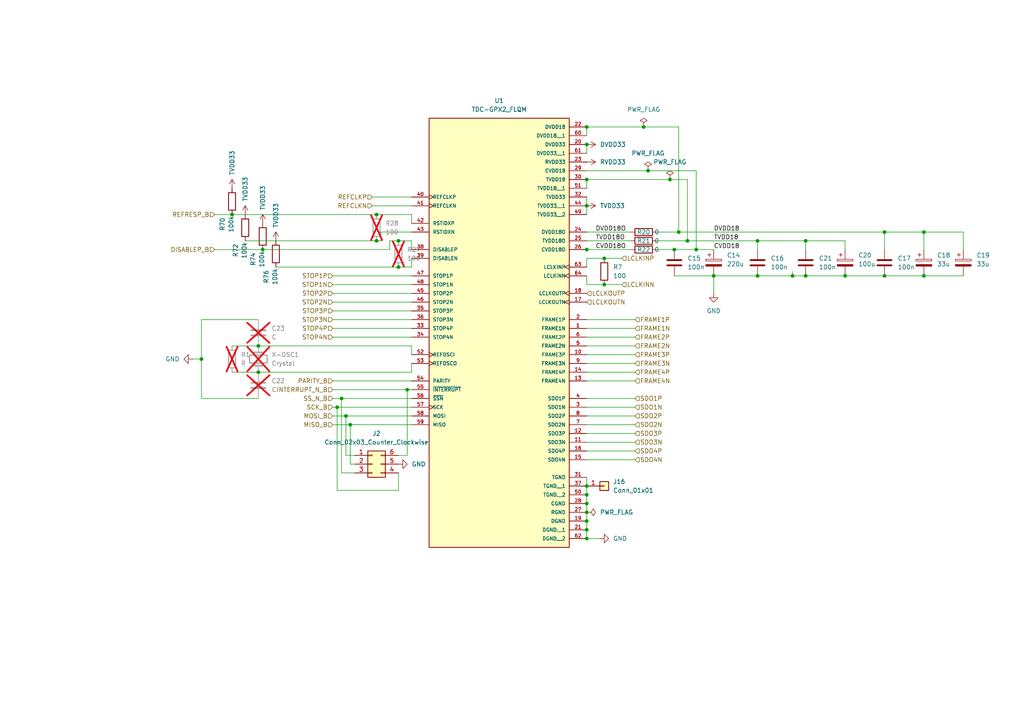
<source format=kicad_sch>
(kicad_sch (version 20231120) (generator "eeschema") (generator_version "8.0")
  (paper "A4")
  (lib_symbols
    (symbol "Connector_Generic:Conn_01x01" (pin_names (offset 1.016) hide)
      (property "Reference" "J" (at 0 2.54 0))
      (property "Value" "Conn_01x01" (at 0 -2.54 0))
      (symbol "Conn_01x01_1_1"
        (rectangle (start -1.27 0.127) (end 0 -0.127) (stroke (width 0.1524)))
        (rectangle (start -1.27 1.27) (end 1.27 -1.27) (stroke (width 0.254)) (fill (type background)))
        (pin passive line (at -5.08 0 0) (length 3.81) (name "Pin_1") (number "1"))
      )
    )
    (symbol "Connector_Generic:Conn_02x03_Counter_Clockwise" (pin_names (offset 1.016) hide)
      (property "Reference" "J" (at 1.27 5.08 0))
      (property "Value" "Conn_02x03_Counter_Clockwise" (at 1.27 -5.08 0))
      (symbol "Conn_02x03_Counter_Clockwise_1_1"
        (rectangle (start -1.27 -2.413) (end 0 -2.667) (stroke (width 0.1524)))
        (rectangle (start -1.27 0.127) (end 0 -0.127) (stroke (width 0.1524)))
        (rectangle (start -1.27 2.667) (end 0 2.413) (stroke (width 0.1524)))
        (rectangle (start -1.27 3.81) (end 3.81 -3.81) (stroke (width 0.254)) (fill (type background)))
        (rectangle (start 3.81 -2.413) (end 2.54 -2.667) (stroke (width 0.1524)))
        (rectangle (start 3.81 0.127) (end 2.54 -0.127) (stroke (width 0.1524)))
        (rectangle (start 3.81 2.667) (end 2.54 2.413) (stroke (width 0.1524)))
        (pin passive line (at -5.08 2.54 0) (length 3.81) (name "Pin_1") (number "1"))
        (pin passive line (at -5.08 0 0) (length 3.81) (name "Pin_2") (number "2"))
        (pin passive line (at -5.08 -2.54 0) (length 3.81) (name "Pin_3") (number "3"))
        (pin passive line (at 7.62 -2.54 180) (length 3.81) (name "Pin_4") (number "4"))
        (pin passive line (at 7.62 0 180) (length 3.81) (name "Pin_5") (number "5"))
        (pin passive line (at 7.62 2.54 180) (length 3.81) (name "Pin_6") (number "6"))
      )
    )
    (symbol "Device:C" (pin_numbers hide) (pin_names (offset 0.254))
      (property "Reference" "C" (at 0.635 2.54 0))
      (property "Value" "C" (at 0.635 -2.54 0))
      (symbol "C_0_1"
        (polyline (pts (xy -2.032 -0.762) (xy 2.032 -0.762)) (stroke (width 0.508)))
        (polyline (pts (xy -2.032 0.762) (xy 2.032 0.762)) (stroke (width 0.508)))
      )
      (symbol "C_1_1"
        (pin passive line (at 0 3.81 270) (length 2.794) (name "~") (number "1"))
        (pin passive line (at 0 -3.81 90) (length 2.794) (name "~") (number "2"))
      )
    )
    (symbol "Device:C_Polarized" (pin_numbers hide) (pin_names (offset 0.254))
      (property "Reference" "C" (at 0.635 2.54 0))
      (property "Value" "C_Polarized" (at 0.635 -2.54 0))
      (symbol "C_Polarized_0_1"
        (rectangle (start -2.286 0.508) (end 2.286 1.016))
        (polyline (pts (xy -1.778 2.286) (xy -0.762 2.286)))
        (polyline (pts (xy -1.27 2.794) (xy -1.27 1.778)))
        (rectangle (start 2.286 -0.508) (end -2.286 -1.016) (fill (type outline)))
      )
      (symbol "C_Polarized_1_1"
        (pin passive line (at 0 3.81 270) (length 2.794) (name "~") (number "1"))
        (pin passive line (at 0 -3.81 90) (length 2.794) (name "~") (number "2"))
      )
    )
    (symbol "Device:Crystal" (pin_numbers hide) (pin_names (offset 1.016) hide)
      (property "Reference" "Y" (at 0 3.81 0))
      (property "Value" "Crystal" (at 0 -3.81 0))
      (symbol "Crystal_0_1"
        (rectangle (start -1.143 2.54) (end 1.143 -2.54) (stroke (width 0.3048)))
        (polyline (pts (xy -2.54 0) (xy -1.905 0)))
        (polyline (pts (xy -1.905 -1.27) (xy -1.905 1.27)) (stroke (width 0.508)))
        (polyline (pts (xy 1.905 -1.27) (xy 1.905 1.27)) (stroke (width 0.508)))
        (polyline (pts (xy 2.54 0) (xy 1.905 0)))
      )
      (symbol "Crystal_1_1"
        (pin passive line (at -3.81 0 0) (length 1.27) (name "1") (number "1"))
        (pin passive line (at 3.81 0 180) (length 1.27) (name "2") (number "2"))
      )
    )
    (symbol "Device:R" (pin_numbers hide) (pin_names (offset 0))
      (property "Reference" "R" (at 2.032 0 90))
      (property "Value" "R" (at 0 0 90))
      (symbol "R_0_1"
        (rectangle (start -1.016 -2.54) (end 1.016 2.54) (stroke (width 0.254)))
      )
      (symbol "R_1_1"
        (pin passive line (at 0 3.81 270) (length 1.27) (name "~") (number "1"))
        (pin passive line (at 0 -3.81 90) (length 1.27) (name "~") (number "2"))
      )
    )
    (symbol "TDC-GPX2_FLQM:TDC-GPX2_FLQM" (pin_names (offset 1.016))
      (property "Reference" "U" (at -20.32 52.07 0))
      (property "Value" "TDC-GPX2_FLQM" (at -20.32 -76.2 0))
      (symbol "TDC-GPX2_FLQM_0_0"
        (rectangle (start -20.32 -73.66) (end 20.32 50.8) (stroke (width 0.254)) (fill (type background)))
        (pin output line (at 25.4 -10.16 180) (length 5.08) (name "FRAME1N") (number "1"))
        (pin output line (at 25.4 -17.78 180) (length 5.08) (name "FRAME3P") (number "10"))
        (pin output line (at 25.4 -43.18 180) (length 5.08) (name "SDO3N") (number "11"))
        (pin output line (at 25.4 -40.64 180) (length 5.08) (name "SDO3P") (number "12"))
        (pin output line (at 25.4 -25.4 180) (length 5.08) (name "FRAME4N") (number "13"))
        (pin output line (at 25.4 -22.86 180) (length 5.08) (name "FRAME4P") (number "14"))
        (pin output line (at 25.4 -48.26 180) (length 5.08) (name "SDO4N") (number "15"))
        (pin output line (at 25.4 -45.72 180) (length 5.08) (name "SDO4P") (number "16"))
        (pin output clock (at 25.4 -2.54 180) (length 5.08) (name "LCLKOUTN") (number "17"))
        (pin output clock (at 25.4 0 180) (length 5.08) (name "LCLKOUTP") (number "18"))
        (pin power_in line (at 25.4 -66.04 180) (length 5.08) (name "DGND") (number "19"))
        (pin output line (at 25.4 -7.62 180) (length 5.08) (name "FRAME1P") (number "2"))
        (pin power_in line (at 25.4 43.18 180) (length 5.08) (name "DVDD33") (number "20"))
        (pin power_in line (at 25.4 -68.58 180) (length 5.08) (name "DGND__1") (number "21"))
        (pin power_in line (at 25.4 48.26 180) (length 5.08) (name "DVDD18") (number "22"))
        (pin power_in line (at 25.4 38.1 180) (length 5.08) (name "RVDD33") (number "23"))
        (pin output line (at 25.4 17.78 180) (length 5.08) (name "DVDD18O") (number "24"))
        (pin output line (at 25.4 15.24 180) (length 5.08) (name "TVDD18O") (number "25"))
        (pin output line (at 25.4 12.7 180) (length 5.08) (name "CVDD18O") (number "26"))
        (pin power_in line (at 25.4 -63.5 180) (length 5.08) (name "RGND") (number "27"))
        (pin power_in line (at 25.4 -60.96 180) (length 5.08) (name "CGND") (number "28"))
        (pin power_in line (at 25.4 35.56 180) (length 5.08) (name "CVDD18") (number "29"))
        (pin output line (at 25.4 -33.02 180) (length 5.08) (name "SDO1N") (number "3"))
        (pin power_in line (at 25.4 33.02 180) (length 5.08) (name "TVDD18") (number "30"))
        (pin power_in line (at 25.4 -53.34 180) (length 5.08) (name "TGND") (number "31"))
        (pin power_in line (at 25.4 27.94 180) (length 5.08) (name "TVDD33") (number "32"))
        (pin input line (at -25.4 -10.16 0) (length 5.08) (name "STOP4P") (number "33"))
        (pin input line (at -25.4 -12.7 0) (length 5.08) (name "STOP4N") (number "34"))
        (pin input line (at -25.4 -5.08 0) (length 5.08) (name "STOP3P") (number "35"))
        (pin input line (at -25.4 -7.62 0) (length 5.08) (name "STOP3N") (number "36"))
        (pin power_in line (at 25.4 -55.88 180) (length 5.08) (name "TGND__1") (number "37"))
        (pin input line (at -25.4 12.7 0) (length 5.08) (name "DISABLEP") (number "38"))
        (pin input line (at -25.4 10.16 0) (length 5.08) (name "DISABLEN") (number "39"))
        (pin output line (at 25.4 -30.48 180) (length 5.08) (name "SDO1P") (number "4"))
        (pin input clock (at -25.4 27.94 0) (length 5.08) (name "REFCLKP") (number "40"))
        (pin input clock (at -25.4 25.4 0) (length 5.08) (name "REFCLKN") (number "41"))
        (pin input line (at -25.4 20.32 0) (length 5.08) (name "RSTIDXP") (number "42"))
        (pin input line (at -25.4 17.78 0) (length 5.08) (name "RSTIDXN") (number "43"))
        (pin power_in line (at 25.4 25.4 180) (length 5.08) (name "TVDD33__1") (number "44"))
        (pin input line (at -25.4 0 0) (length 5.08) (name "STOP2P") (number "45"))
        (pin input line (at -25.4 -2.54 0) (length 5.08) (name "STOP2N") (number "46"))
        (pin input line (at -25.4 5.08 0) (length 5.08) (name "STOP1P") (number "47"))
        (pin input line (at -25.4 2.54 0) (length 5.08) (name "STOP1N") (number "48"))
        (pin power_in line (at 25.4 22.86 180) (length 5.08) (name "TVDD33__2") (number "49"))
        (pin output line (at 25.4 -15.24 180) (length 5.08) (name "FRAME2N") (number "5"))
        (pin power_in line (at 25.4 -58.42 180) (length 5.08) (name "TGND__2") (number "50"))
        (pin power_in line (at 25.4 30.48 180) (length 5.08) (name "TVDD18__1") (number "51"))
        (pin input clock (at -25.4 -17.78 0) (length 5.08) (name "REFOSCI") (number "52"))
        (pin output clock (at -25.4 -20.32 0) (length 5.08) (name "REFOSCO") (number "53"))
        (pin output line (at -25.4 -25.4 0) (length 5.08) (name "PARITY") (number "54"))
        (pin output line (at -25.4 -27.94 0) (length 5.08) (name "~{INTERRUPT}") (number "55"))
        (pin input line (at -25.4 -30.48 0) (length 5.08) (name "~{SSN}") (number "56"))
        (pin input clock (at -25.4 -33.02 0) (length 5.08) (name "SCK") (number "57"))
        (pin input line (at -25.4 -35.56 0) (length 5.08) (name "MOSI") (number "58"))
        (pin bidirectional line (at -25.4 -38.1 0) (length 5.08) (name "MISO") (number "59"))
        (pin output line (at 25.4 -12.7 180) (length 5.08) (name "FRAME2P") (number "6"))
        (pin power_in line (at 25.4 45.72 180) (length 5.08) (name "DVDD18__1") (number "60"))
        (pin power_in line (at 25.4 40.64 180) (length 5.08) (name "DVDD33__1") (number "61"))
        (pin power_in line (at 25.4 -71.12 180) (length 5.08) (name "DGND__2") (number "62"))
        (pin input clock (at 25.4 7.62 180) (length 5.08) (name "LCLKINP") (number "63"))
        (pin input clock (at 25.4 5.08 180) (length 5.08) (name "LCLKINN") (number "64"))
        (pin output line (at 25.4 -38.1 180) (length 5.08) (name "SDO2N") (number "7"))
        (pin output line (at 25.4 -35.56 180) (length 5.08) (name "SDO2P") (number "8"))
        (pin output line (at 25.4 -20.32 180) (length 5.08) (name "FRAME3N") (number "9"))
      )
    )
    (symbol "power:+5C" (power) (pin_numbers hide) (pin_names (offset 0) hide)
      (property "Value" "+5C" (at 0 3.556 0))
      (symbol "+5C_0_1"
        (polyline (pts (xy -0.762 1.27) (xy 0 2.54)))
        (polyline (pts (xy 0 0) (xy 0 2.54)))
        (polyline (pts (xy 0 2.54) (xy 0.762 1.27)))
      )
      (symbol "+5C_1_1"
        (pin power_in line (at 0 0 90) (length 0) (name "~") (number "1"))
      )
    )
    (symbol "power:GND" (power) (pin_numbers hide) (pin_names (offset 0) hide)
      (property "Value" "GND" (at 0 -3.81 0))
      (symbol "GND_0_1"
        (polyline (pts (xy 0 0) (xy 0 -1.27) (xy 1.27 -1.27) (xy 0 -2.54) (xy -1.27 -1.27) (xy 0 -1.27)))
      )
      (symbol "GND_1_1"
        (pin power_in line (at 0 0 270) (length 0) (name "~") (number "1"))
      )
    )
    (symbol "power:PWR_FLAG" (power) (pin_numbers hide) (pin_names (offset 0) hide)
      (property "Value" "PWR_FLAG" (at 0 3.81 0))
      (symbol "PWR_FLAG_0_0"
        (pin power_out line (at 0 0 90) (length 0) (name "~") (number "1"))
      )
      (symbol "PWR_FLAG_0_1"
        (polyline (pts (xy 0 0) (xy 0 1.27) (xy -1.016 1.905) (xy 0 2.54) (xy 1.016 1.905) (xy 0 1.27)))
      )
    )
  )
  (junction (at 175.26 82.55))
  (junction (at 219.71 69.85))
  (junction (at 256.54 67.31))
  (junction (at 76.2 72.39))
  (junction (at 201.93 72.39))
  (junction (at 199.39 69.85))
  (junction (at 267.97 67.31))
  (junction (at 170.18 72.39))
  (junction (at 170.18 59.69))
  (junction (at 170.18 36.83))
  (junction (at 170.18 156.21))
  (junction (at 207.01 80.01))
  (junction (at 187.96 49.53))
  (junction (at 74.93 107.95))
  (junction (at 170.18 151.13))
  (junction (at 219.71 80.01))
  (junction (at 109.22 69.85))
  (junction (at 99.06 115.57))
  (junction (at 74.93 100.33))
  (junction (at 175.26 74.93))
  (junction (at 233.68 69.85))
  (junction (at 118.11 113.03))
  (junction (at 170.18 52.07))
  (junction (at 100.33 120.65))
  (junction (at 58.42 104.14))
  (junction (at 97.79 118.11))
  (junction (at 170.18 148.59))
  (junction (at 256.54 80.01))
  (junction (at 115.57 77.47))
  (junction (at 115.57 69.85))
  (junction (at 170.18 140.97))
  (junction (at 194.31 52.07))
  (junction (at 245.11 80.01))
  (junction (at 233.68 80.01))
  (junction (at 229.87 80.01))
  (junction (at 67.31 62.23))
  (junction (at 186.69 36.83))
  (junction (at 101.6 123.19))
  (junction (at 170.18 146.05))
  (junction (at 170.18 143.51))
  (junction (at 195.58 72.39))
  (junction (at 109.22 62.23))
  (junction (at 170.18 153.67))
  (junction (at 196.85 67.31))
  (junction (at 267.97 80.01))
  (junction (at 170.18 41.91))
  (wire (pts (xy 101.6 134.62) (xy 102.87 134.62)))
  (wire (pts (xy 96.52 87.63) (xy 119.38 87.63)))
  (wire (pts (xy 201.93 72.39) (xy 207.01 72.39)))
  (wire (pts (xy 100.33 132.08) (xy 102.87 132.08)))
  (wire (pts (xy 62.23 62.23) (xy 67.31 62.23)))
  (wire (pts (xy 96.52 115.57) (xy 99.06 115.57)))
  (wire (pts (xy 67.31 62.23) (xy 109.22 62.23)))
  (wire (pts (xy 109.22 69.85) (xy 110.49 69.85)))
  (wire (pts (xy 170.18 107.95) (xy 184.15 107.95)))
  (wire (pts (xy 170.18 123.19) (xy 184.15 123.19)))
  (wire (pts (xy 279.4 67.31) (xy 279.4 72.39)))
  (wire (pts (xy 201.93 49.53) (xy 201.93 72.39)))
  (wire (pts (xy 80.01 77.47) (xy 115.57 77.47)))
  (wire (pts (xy 67.31 107.95) (xy 74.93 107.95)))
  (wire (pts (xy 207.01 80.01) (xy 219.71 80.01)))
  (wire (pts (xy 219.71 69.85) (xy 219.71 72.39)))
  (wire (pts (xy 170.18 110.49) (xy 184.15 110.49)))
  (wire (pts (xy 196.85 67.31) (xy 256.54 67.31)))
  (wire (pts (xy 110.49 69.85) (xy 110.49 67.31)))
  (wire (pts (xy 267.97 67.31) (xy 279.4 67.31)))
  (wire (pts (xy 175.26 82.55) (xy 180.34 82.55)))
  (wire (pts (xy 170.18 52.07) (xy 170.18 54.61)))
  (wire (pts (xy 170.18 146.05) (xy 170.18 148.59)))
  (wire (pts (xy 58.42 104.14) (xy 58.42 115.57)))
  (wire (pts (xy 199.39 52.07) (xy 194.31 52.07)))
  (wire (pts (xy 101.6 123.19) (xy 119.38 123.19)))
  (wire (pts (xy 96.52 120.65) (xy 100.33 120.65)))
  (wire (pts (xy 74.93 107.95) (xy 119.38 107.95)))
  (wire (pts (xy 170.18 82.55) (xy 170.18 80.01)))
  (wire (pts (xy 109.22 62.23) (xy 119.38 62.23)))
  (wire (pts (xy 233.68 69.85) (xy 233.68 72.39)))
  (wire (pts (xy 170.18 74.93) (xy 170.18 77.47)))
  (wire (pts (xy 119.38 77.47) (xy 119.38 74.93)))
  (wire (pts (xy 180.34 74.93) (xy 175.26 74.93)))
  (wire (pts (xy 115.57 132.08) (xy 118.11 132.08)))
  (wire (pts (xy 107.95 59.69) (xy 119.38 59.69)))
  (wire (pts (xy 96.52 90.17) (xy 119.38 90.17)))
  (wire (pts (xy 245.11 80.01) (xy 256.54 80.01)))
  (wire (pts (xy 170.18 156.21) (xy 173.99 156.21)))
  (wire (pts (xy 170.18 95.25) (xy 184.15 95.25)))
  (wire (pts (xy 170.18 72.39) (xy 182.88 72.39)))
  (wire (pts (xy 118.11 113.03) (xy 119.38 113.03)))
  (wire (pts (xy 199.39 69.85) (xy 199.39 52.07)))
  (wire (pts (xy 170.18 125.73) (xy 184.15 125.73)))
  (wire (pts (xy 170.18 120.65) (xy 184.15 120.65)))
  (wire (pts (xy 267.97 67.31) (xy 267.97 72.39)))
  (wire (pts (xy 62.23 72.39) (xy 76.2 72.39)))
  (wire (pts (xy 113.03 69.85) (xy 115.57 69.85)))
  (wire (pts (xy 119.38 105.41) (xy 119.38 107.95)))
  (wire (pts (xy 170.18 115.57) (xy 184.15 115.57)))
  (wire (pts (xy 229.87 80.01) (xy 233.68 80.01)))
  (wire (pts (xy 96.52 123.19) (xy 101.6 123.19)))
  (wire (pts (xy 58.42 104.14) (xy 58.42 92.71)))
  (wire (pts (xy 97.79 118.11) (xy 97.79 142.24)))
  (wire (pts (xy 170.18 105.41) (xy 184.15 105.41)))
  (wire (pts (xy 170.18 118.11) (xy 184.15 118.11)))
  (wire (pts (xy 96.52 113.03) (xy 118.11 113.03)))
  (wire (pts (xy 96.52 80.01) (xy 119.38 80.01)))
  (wire (pts (xy 74.93 100.33) (xy 119.38 100.33)))
  (wire (pts (xy 102.87 137.16) (xy 99.06 137.16)))
  (wire (pts (xy 107.95 57.15) (xy 119.38 57.15)))
  (wire (pts (xy 196.85 67.31) (xy 196.85 36.83)))
  (wire (pts (xy 96.52 82.55) (xy 119.38 82.55)))
  (wire (pts (xy 96.52 95.25) (xy 119.38 95.25)))
  (wire (pts (xy 190.5 69.85) (xy 199.39 69.85)))
  (wire (pts (xy 170.18 100.33) (xy 184.15 100.33)))
  (wire (pts (xy 110.49 67.31) (xy 119.38 67.31)))
  (wire (pts (xy 71.12 69.85) (xy 109.22 69.85)))
  (wire (pts (xy 190.5 72.39) (xy 195.58 72.39)))
  (wire (pts (xy 245.11 69.85) (xy 245.11 72.39)))
  (wire (pts (xy 170.18 59.69) (xy 170.18 62.23)))
  (wire (pts (xy 170.18 151.13) (xy 170.18 153.67)))
  (wire (pts (xy 256.54 67.31) (xy 256.54 72.39)))
  (wire (pts (xy 100.33 120.65) (xy 119.38 120.65)))
  (wire (pts (xy 233.68 80.01) (xy 245.11 80.01)))
  (wire (pts (xy 195.58 80.01) (xy 207.01 80.01)))
  (wire (pts (xy 170.18 97.79) (xy 184.15 97.79)))
  (wire (pts (xy 101.6 123.19) (xy 101.6 134.62)))
  (wire (pts (xy 96.52 110.49) (xy 119.38 110.49)))
  (wire (pts (xy 113.03 72.39) (xy 113.03 69.85)))
  (wire (pts (xy 170.18 143.51) (xy 170.18 146.05)))
  (wire (pts (xy 229.87 78.74) (xy 229.87 80.01)))
  (wire (pts (xy 96.52 92.71) (xy 119.38 92.71)))
  (wire (pts (xy 76.2 72.39) (xy 113.03 72.39)))
  (wire (pts (xy 168.91 72.39) (xy 170.18 72.39)))
  (wire (pts (xy 170.18 130.81) (xy 184.15 130.81)))
  (wire (pts (xy 170.18 82.55) (xy 175.26 82.55)))
  (wire (pts (xy 170.18 148.59) (xy 170.18 151.13)))
  (wire (pts (xy 199.39 69.85) (xy 219.71 69.85)))
  (wire (pts (xy 115.57 69.85) (xy 119.38 69.85)))
  (wire (pts (xy 194.31 52.07) (xy 170.18 52.07)))
  (wire (pts (xy 219.71 69.85) (xy 233.68 69.85)))
  (wire (pts (xy 99.06 115.57) (xy 119.38 115.57)))
  (wire (pts (xy 219.71 80.01) (xy 229.87 80.01)))
  (wire (pts (xy 96.52 85.09) (xy 119.38 85.09)))
  (wire (pts (xy 119.38 100.33) (xy 119.38 102.87)))
  (wire (pts (xy 58.42 92.71) (xy 74.93 92.71)))
  (wire (pts (xy 170.18 92.71) (xy 184.15 92.71)))
  (wire (pts (xy 187.96 49.53) (xy 201.93 49.53)))
  (wire (pts (xy 170.18 69.85) (xy 182.88 69.85)))
  (wire (pts (xy 170.18 133.35) (xy 184.15 133.35)))
  (wire (pts (xy 99.06 137.16) (xy 99.06 115.57)))
  (wire (pts (xy 97.79 142.24) (xy 115.57 142.24)))
  (wire (pts (xy 233.68 69.85) (xy 245.11 69.85)))
  (wire (pts (xy 201.93 72.39) (xy 195.58 72.39)))
  (wire (pts (xy 115.57 142.24) (xy 115.57 137.16)))
  (wire (pts (xy 170.18 153.67) (xy 170.18 156.21)))
  (wire (pts (xy 267.97 80.01) (xy 279.4 80.01)))
  (wire (pts (xy 170.18 140.97) (xy 170.18 143.51)))
  (wire (pts (xy 170.18 138.43) (xy 170.18 140.97)))
  (wire (pts (xy 100.33 120.65) (xy 100.33 132.08)))
  (wire (pts (xy 256.54 67.31) (xy 267.97 67.31)))
  (wire (pts (xy 256.54 80.01) (xy 267.97 80.01)))
  (wire (pts (xy 170.18 74.93) (xy 175.26 74.93)))
  (wire (pts (xy 170.18 49.53) (xy 187.96 49.53)))
  (wire (pts (xy 115.57 77.47) (xy 119.38 77.47)))
  (wire (pts (xy 119.38 62.23) (xy 119.38 64.77)))
  (wire (pts (xy 118.11 113.03) (xy 118.11 132.08)))
  (wire (pts (xy 170.18 41.91) (xy 170.18 44.45)))
  (wire (pts (xy 67.31 100.33) (xy 74.93 100.33)))
  (wire (pts (xy 58.42 115.57) (xy 74.93 115.57)))
  (wire (pts (xy 170.18 36.83) (xy 170.18 39.37)))
  (wire (pts (xy 186.69 36.83) (xy 170.18 36.83)))
  (wire (pts (xy 170.18 128.27) (xy 184.15 128.27)))
  (wire (pts (xy 170.18 67.31) (xy 182.88 67.31)))
  (wire (pts (xy 55.88 104.14) (xy 58.42 104.14)))
  (wire (pts (xy 170.18 57.15) (xy 170.18 59.69)))
  (wire (pts (xy 96.52 97.79) (xy 119.38 97.79)))
  (wire (pts (xy 97.79 118.11) (xy 119.38 118.11)))
  (wire (pts (xy 190.5 67.31) (xy 196.85 67.31)))
  (wire (pts (xy 170.18 102.87) (xy 184.15 102.87)))
  (wire (pts (xy 96.52 118.11) (xy 97.79 118.11)))
  (wire (pts (xy 207.01 80.01) (xy 207.01 85.09)))
  (wire (pts (xy 119.38 69.85) (xy 119.38 72.39)))
  (wire (pts (xy 196.85 36.83) (xy 186.69 36.83)))
  (label "CVDD18O" (at 172.72 72.39 0) (property "Netclass" "POWER1" (effects (hide yes))))
  (label "CVDD18" (at 207.01 72.39 0) (property "Netclass" "POWER1" (effects (hide yes))))
  (label "TVDD18" (at 207.01 69.85 0) (property "Netclass" "POWER1" (effects (hide yes))))
  (label "DVDD18" (at 207.01 67.31 0) (property "Netclass" "POWER1" (effects (hide yes))))
  (label "TVDD18O" (at 172.72 69.85 0) (property "Netclass" "POWER1" (effects (hide yes))))
  (label "DVDD18O" (at 172.72 67.31 0) (property "Netclass" "POWER1" (effects (hide yes))))
  (hierarchical_label "REFCLKN" (shape input) (at 107.95 59.69 180) (property "Netclass" "LVDS" (effects (hide yes))))
  (hierarchical_label "SDO3N" (shape input) (at 184.15 128.27 0) (property "Netclass" "LVDS" (effects (hide yes))))
  (hierarchical_label "FRAME2P" (shape input) (at 184.15 97.79 0) (property "Netclass" "LVDS" (effects (hide yes))))
  (hierarchical_label "FRAME3N" (shape input) (at 184.15 105.41 0) (property "Netclass" "LVDS" (effects (hide yes))))
  (hierarchical_label "FRAME1N" (shape input) (at 184.15 95.25 0) (property "Netclass" "LVDS" (effects (hide yes))))
  (hierarchical_label "SDO1N" (shape input) (at 184.15 118.11 0) (property "Netclass" "LVDS" (effects (hide yes))))
  (hierarchical_label "STOP3N" (shape input) (at 96.52 92.71 180) (property "Netclass" "LVDS" (effects (hide yes))))
  (hierarchical_label "LCLKINN" (shape input) (at 180.34 82.55 0) (property "Netclass" "LVDS" (effects (hide yes))))
  (hierarchical_label "LCLKINP" (shape input) (at 180.34 74.93 0) (property "Netclass" "LVDS" (effects (hide yes))))
  (hierarchical_label "STOP1N" (shape input) (at 96.52 82.55 180) (property "Netclass" "LVDS" (effects (hide yes))))
  (hierarchical_label "STOP4P" (shape input) (at 96.52 95.25 180) (property "Netclass" "LVDS" (effects (hide yes))))
  (hierarchical_label "FRAME2N" (shape input) (at 184.15 100.33 0) (property "Netclass" "LVDS" (effects (hide yes))))
  (hierarchical_label "SDO2N" (shape input) (at 184.15 123.19 0) (property "Netclass" "LVDS" (effects (hide yes))))
  (hierarchical_label "REFCLKP" (shape input) (at 107.95 57.15 180) (property "Netclass" "LVDS" (effects (hide yes))))
  (hierarchical_label "PARITY_B" (shape input) (at 96.52 110.49 180))
  (hierarchical_label "SDO4N" (shape input) (at 184.15 133.35 0) (property "Netclass" "LVDS" (effects (hide yes))))
  (hierarchical_label "SDO3P" (shape input) (at 184.15 125.73 0) (property "Netclass" "LVDS" (effects (hide yes))))
  (hierarchical_label "FRAME1P" (shape input) (at 184.15 92.71 0) (property "Netclass" "LVDS" (effects (hide yes))))
  (hierarchical_label "FRAME4N" (shape input) (at 184.15 110.49 0) (property "Netclass" "LVDS" (effects (hide yes))))
  (hierarchical_label "STOP3P" (shape input) (at 96.52 90.17 180) (property "Netclass" "LVDS" (effects (hide yes))))
  (hierarchical_label "SDO4P" (shape input) (at 184.15 130.81 0) (property "Netclass" "LVDS" (effects (hide yes))))
  (hierarchical_label "SDO1P" (shape input) (at 184.15 115.57 0) (property "Netclass" "LVDS" (effects (hide yes))))
  (hierarchical_label "SDO2P" (shape input) (at 184.15 120.65 0) (property "Netclass" "LVDS" (effects (hide yes))))
  (hierarchical_label "MOSI_B" (shape input) (at 96.52 120.65 180))
  (hierarchical_label "MISO_B" (shape input) (at 96.52 123.19 180))
  (hierarchical_label "INTERRUPT_N_B" (shape input) (at 96.52 113.03 180))
  (hierarchical_label "DISABLEP_B" (shape input) (at 62.23 72.39 180))
  (hierarchical_label "STOP4N" (shape input) (at 96.52 97.79 180) (property "Netclass" "LVDS" (effects (hide yes))))
  (hierarchical_label "LCLKOUTP" (shape input) (at 170.18 85.09 0) (property "Netclass" "LVDS" (effects (hide yes))))
  (hierarchical_label "SS_N_B" (shape input) (at 96.52 115.57 180))
  (hierarchical_label "SCK_B" (shape input) (at 96.52 118.11 180))
  (hierarchical_label "REFRESP_B" (shape input) (at 62.23 62.23 180))
  (hierarchical_label "FRAME4P" (shape input) (at 184.15 107.95 0) (property "Netclass" "LVDS" (effects (hide yes))))
  (hierarchical_label "STOP2P" (shape input) (at 96.52 85.09 180) (property "Netclass" "LVDS" (effects (hide yes))))
  (hierarchical_label "STOP2N" (shape input) (at 96.52 87.63 180) (property "Netclass" "LVDS" (effects (hide yes))))
  (hierarchical_label "LCLKOUTN" (shape input) (at 170.18 87.63 0) (property "Netclass" "LVDS" (effects (hide yes))))
  (hierarchical_label "FRAME3P" (shape input) (at 184.15 102.87 0) (property "Netclass" "LVDS" (effects (hide yes))))
  (hierarchical_label "STOP1P" (shape input) (at 96.52 80.01 180) (property "Netclass" "LVDS" (effects (hide yes))))
  (symbol (lib_id "Device:C") (at 256.54 76.2 0) (unit 1)
    (property "Reference" "C17" (at 260.35 74.9299 0) (effects (justify left)))
    (property "Value" "100n" (at 260.35 77.4699 0) (effects (justify left)))
    (property "Footprint" "Capacitor_SMD:C_0603_1608Metric_Pad1.08x0.95mm_HandSolder" (effects (hide yes)))
    (property "Description" "Unpolarized capacitor" (effects (hide yes)))
  )
  (symbol (lib_id "power:+5C") (at 80.01 69.85 0) (unit 1)
    (property "Reference" "#PWR0100" (effects (hide yes)))
    (property "Value" "TVDD33" (at 80.01 62.484 90))
    (property "Description" "Power symbol creates a global label with name \"+5C\"" (effects (hide yes)))
  )
  (symbol (lib_id "power:PWR_FLAG") (at 187.96 49.53 0) (unit 1)
    (property "Reference" "#FLG06" (effects (hide yes)))
    (property "Value" "PWR_FLAG" (at 187.96 44.45 0))
    (property "Description" "Special symbol for telling ERC where power comes from" (effects (hide yes)))
  )
  (symbol (lib_id "power:PWR_FLAG") (at 186.69 36.83 0) (unit 1)
    (property "Reference" "#FLG05" (effects (hide yes)))
    (property "Value" "PWR_FLAG" (at 186.69 31.75 0))
    (property "Description" "Special symbol for telling ERC where power comes from" (effects (hide yes)))
  )
  (symbol (lib_id "Connector_Generic:Conn_02x03_Counter_Clockwise") (at 107.95 134.62 0) (unit 1)
    (property "Reference" "J2" (at 109.22 125.73 0))
    (property "Value" "Conn_02x03_Counter_Clockwise" (at 109.22 128.27 0))
    (property "Footprint" "Connector_PinHeader_2.54mm:PinHeader_2x03_P2.54mm_Vertical" (effects (hide yes)))
    (property "Description" "Generic connector, double row, 02x03, counter clockwise pin numbering scheme (similar to DIP package numbering), script generated (kicad-library-utils/schlib/autogen/connector/)" (effects (hide yes)))
  )
  (symbol (lib_id "Device:Crystal") (at 74.93 104.14 90) (unit 1) (in_bom no) (dnp yes)
    (property "Reference" "X-OSC1" (at 78.74 102.8699 90) (effects (justify right)))
    (property "Value" "Crystal" (at 78.74 105.4099 90) (effects (justify right)))
    (property "Footprint" "Marcel:geyer kx-20" (effects (hide yes)))
    (property "Description" "Two pin crystal" (effects (hide yes)))
  )
  (symbol (lib_id "Device:C") (at 233.68 76.2 0) (unit 1)
    (property "Reference" "C21" (at 237.49 74.9299 0) (effects (justify left)))
    (property "Value" "100n" (at 237.49 77.4699 0) (effects (justify left)))
    (property "Footprint" "Capacitor_SMD:C_0603_1608Metric_Pad1.08x0.95mm_HandSolder" (effects (hide yes)))
    (property "Description" "Unpolarized capacitor" (effects (hide yes)))
  )
  (symbol (lib_id "Device:R") (at 67.31 104.14 0) (unit 1) (in_bom no) (dnp yes)
    (property "Reference" "R1" (at 69.85 102.8699 0) (effects (justify left)))
    (property "Value" "R" (at 69.85 105.4099 0) (effects (justify left)))
    (property "Footprint" "Resistor_SMD:R_0603_1608Metric_Pad0.98x0.95mm_HandSolder" (effects (hide yes)))
    (property "Description" "Resistor" (effects (hide yes)))
  )
  (symbol (lib_id "Device:R") (at 186.69 72.39 90) (unit 1)
    (property "Reference" "R22" (at 186.69 72.39 90))
    (property "Value" "0" (at 190.5 72.39 90))
    (property "Footprint" "Resistor_SMD:R_0603_1608Metric_Pad0.98x0.95mm_HandSolder" (effects (hide yes)))
    (property "Description" "Resistor" (effects (hide yes)))
  )
  (symbol (lib_id "Device:C") (at 195.58 76.2 0) (unit 1)
    (property "Reference" "C15" (at 199.39 74.9299 0) (effects (justify left)))
    (property "Value" "100n" (at 199.39 77.4699 0) (effects (justify left)))
    (property "Footprint" "Capacitor_SMD:C_0603_1608Metric_Pad1.08x0.95mm_HandSolder" (effects (hide yes)))
    (property "Description" "Unpolarized capacitor" (effects (hide yes)))
  )
  (symbol (lib_id "power:GND") (at 173.99 156.21 90) (unit 1)
    (property "Reference" "#PWR01" (effects (hide yes)))
    (property "Value" "GND" (at 177.8 156.2099 90) (effects (justify right)))
    (property "Description" "Power symbol creates a global label with name \"GND\" , ground" (effects (hide yes)))
  )
  (symbol (lib_id "Device:C") (at 74.93 111.76 0) (unit 1) (in_bom no) (dnp yes)
    (property "Reference" "C22" (at 78.74 110.4899 0) (effects (justify left)))
    (property "Value" "C" (at 78.74 113.0299 0) (effects (justify left)))
    (property "Footprint" "Capacitor_SMD:C_0603_1608Metric_Pad1.08x0.95mm_HandSolder" (effects (hide yes)))
    (property "Description" "Unpolarized capacitor" (effects (hide yes)))
  )
  (symbol (lib_id "power:+5C") (at 71.12 62.23 0) (unit 1)
    (property "Reference" "#PWR098" (effects (hide yes)))
    (property "Value" "TVDD33" (at 71.12 54.864 90))
    (property "Description" "Power symbol creates a global label with name \"+5C\"" (effects (hide yes)))
  )
  (symbol (lib_id "Device:R") (at 71.12 66.04 180) (unit 1)
    (property "Reference" "R72" (at 68.326 72.644 90))
    (property "Value" "100k" (at 70.866 72.644 90))
    (property "Footprint" "Resistor_SMD:R_0603_1608Metric_Pad0.98x0.95mm_HandSolder" (effects (hide yes)))
    (property "Description" "Resistor" (effects (hide yes)))
  )
  (symbol (lib_id "Device:C_Polarized") (at 279.4 76.2 0) (unit 1)
    (property "Reference" "C19" (at 283.21 74.0409 0) (effects (justify left)))
    (property "Value" "33u" (at 283.21 76.5809 0) (effects (justify left)))
    (property "Footprint" "Capacitor_Tantalum_SMD:CP_EIA-2012-15_AVX-P_Pad1.30x1.05mm_HandSolder" (effects (hide yes)))
    (property "Description" "Polarized capacitor (tantal)" (effects (hide yes)))
  )
  (symbol (lib_id "power:GND") (at 55.88 104.14 270) (unit 1)
    (property "Reference" "#PWR02" (effects (hide yes)))
    (property "Value" "GND" (at 52.07 104.1399 90) (effects (justify right)))
    (property "Description" "Power symbol creates a global label with name \"GND\" , ground" (effects (hide yes)))
  )
  (symbol (lib_id "power:+5C") (at 170.18 41.91 270) (unit 1)
    (property "Reference" "#PWR075" (effects (hide yes)))
    (property "Value" "DVDD33" (at 173.99 41.9099 90) (effects (justify left)))
    (property "Description" "Power symbol creates a global label with name \"+5C\"" (effects (hide yes)))
  )
  (symbol (lib_id "power:+5C") (at 170.18 59.69 270) (unit 1)
    (property "Reference" "#PWR073" (effects (hide yes)))
    (property "Value" "TVDD33" (at 173.99 59.6899 90) (effects (justify left)))
    (property "Description" "Power symbol creates a global label with name \"+5C\"" (effects (hide yes)))
  )
  (symbol (lib_id "Device:R") (at 186.69 67.31 90) (unit 1)
    (property "Reference" "R20" (at 186.69 67.31 90))
    (property "Value" "0" (at 190.5 67.31 90))
    (property "Footprint" "Resistor_SMD:R_0603_1608Metric_Pad0.98x0.95mm_HandSolder" (effects (hide yes)))
    (property "Description" "Resistor" (effects (hide yes)))
  )
  (symbol (lib_id "Device:R") (at 186.69 69.85 90) (unit 1)
    (property "Reference" "R21" (at 186.69 69.85 90))
    (property "Value" "0" (at 190.5 69.85 90))
    (property "Footprint" "Resistor_SMD:R_0603_1608Metric_Pad0.98x0.95mm_HandSolder" (effects (hide yes)))
    (property "Description" "Resistor" (effects (hide yes)))
  )
  (symbol (lib_id "power:+5C") (at 76.2 64.77 0) (unit 1)
    (property "Reference" "#PWR099" (effects (hide yes)))
    (property "Value" "TVDD33" (at 76.2 57.404 90))
    (property "Description" "Power symbol creates a global label with name \"+5C\"" (effects (hide yes)))
  )
  (symbol (lib_id "power:+5C") (at 170.18 46.99 270) (unit 1)
    (property "Reference" "#PWR076" (effects (hide yes)))
    (property "Value" "RVDD33" (at 173.99 46.9899 90) (effects (justify left)))
    (property "Description" "Power symbol creates a global label with name \"+5C\"" (effects (hide yes)))
  )
  (symbol (lib_id "Device:C_Polarized") (at 245.11 76.2 0) (unit 1)
    (property "Reference" "C20" (at 248.92 74.0409 0) (effects (justify left)))
    (property "Value" "100u" (at 248.92 76.5809 0) (effects (justify left)))
    (property "Footprint" "Capacitor_Tantalum_SMD:CP_EIA-2012-15_AVX-P_Pad1.30x1.05mm_HandSolder" (effects (hide yes)))
    (property "Description" "Polarized capacitor (tantal)" (effects (hide yes)))
  )
  (symbol (lib_id "power:GND") (at 207.01 85.09 0) (unit 1)
    (property "Reference" "#PWR077" (effects (hide yes)))
    (property "Value" "GND" (at 207.01 90.17 0))
    (property "Description" "Power symbol creates a global label with name \"GND\" , ground" (effects (hide yes)))
  )
  (symbol (lib_id "Device:R") (at 76.2 68.58 180) (unit 1)
    (property "Reference" "R74" (at 73.406 75.184 90))
    (property "Value" "100k" (at 75.946 75.184 90))
    (property "Footprint" "Resistor_SMD:R_0603_1608Metric_Pad0.98x0.95mm_HandSolder" (effects (hide yes)))
    (property "Description" "Resistor" (effects (hide yes)))
  )
  (symbol (lib_id "Device:R") (at 175.26 78.74 0) (unit 1)
    (property "Reference" "R7" (at 177.8 77.4699 0) (effects (justify left)))
    (property "Value" "100" (at 177.8 80.0099 0) (effects (justify left)))
    (property "Footprint" "Resistor_SMD:R_0603_1608Metric_Pad0.98x0.95mm_HandSolder" (effects (hide yes)))
    (property "Description" "Resistor" (effects (hide yes)))
  )
  (symbol (lib_id "TDC-GPX2_FLQM:TDC-GPX2_FLQM") (at 144.78 85.09 0) (unit 1)
    (property "Reference" "U1" (at 144.78 29.21 0))
    (property "Value" "TDC-GPX2_FLQM" (at 144.78 31.75 0))
    (property "Footprint" "TDC_GPX2_FLQM:QFP50P1200X1200X160-64N" (effects (hide yes)))
    (property "PARTREV" "v1-03" (effects (hide yes)))
    (property "STANDARD" "IPC 7351B" (effects (hide yes)))
    (property "MAXIMUM_PACKAGE_HEIGHT" "1.6 mm" (effects (hide yes)))
    (property "MANUFACTURER" "ScioSense" (effects (hide yes)))
  )
  (symbol (lib_id "power:PWR_FLAG") (at 170.18 148.59 270) (unit 1)
    (property "Reference" "#FLG02" (effects (hide yes)))
    (property "Value" "PWR_FLAG" (at 173.99 148.5899 90) (effects (justify left)))
    (property "Description" "Special symbol for telling ERC where power comes from" (effects (hide yes)))
  )
  (symbol (lib_id "Device:R") (at 80.01 73.66 180) (unit 1)
    (property "Reference" "R76" (at 77.216 80.264 90))
    (property "Value" "100k" (at 79.756 80.264 90))
    (property "Footprint" "Resistor_SMD:R_0603_1608Metric_Pad0.98x0.95mm_HandSolder" (effects (hide yes)))
    (property "Description" "Resistor" (effects (hide yes)))
  )
  (symbol (lib_id "Device:R") (at 115.57 73.66 0) (unit 1) (exclude_from_sim yes) (in_bom no) (on_board no) (dnp yes)
    (property "Reference" "R27" (at 118.11 72.3899 0) (effects (justify left)))
    (property "Value" "100" (at 118.11 74.9299 0) (effects (justify left)))
    (property "Footprint" "Resistor_SMD:R_0603_1608Metric_Pad0.98x0.95mm_HandSolder" (effects (hide yes)))
    (property "Description" "Resistor" (effects (hide yes)))
  )
  (symbol (lib_id "Device:C_Polarized") (at 207.01 76.2 0) (unit 1)
    (property "Reference" "C14" (at 210.82 74.0409 0) (effects (justify left)))
    (property "Value" "220u" (at 210.82 76.5809 0) (effects (justify left)))
    (property "Footprint" "Capacitor_Tantalum_SMD:CP_EIA-3528-21_Kemet-B_Pad1.50x2.35mm_HandSolder" (effects (hide yes)))
    (property "Description" "Polarized capacitor (tantal)" (effects (hide yes)))
  )
  (symbol (lib_id "Connector_Generic:Conn_01x01") (at 175.26 140.97 0) (unit 1)
    (property "Reference" "J16" (at 177.8 139.6999 0) (effects (justify left)))
    (property "Value" "Conn_01x01" (at 177.8 142.2399 0) (effects (justify left)))
    (property "Footprint" "Connector_PinHeader_2.54mm:PinHeader_1x01_P2.54mm_Vertical" (effects (hide yes)))
    (property "Description" "Generic connector, single row, 01x01, script generated (kicad-library-utils/schlib/autogen/connector/)" (effects (hide yes)))
  )
  (symbol (lib_id "Device:R") (at 67.31 58.42 180) (unit 1)
    (property "Reference" "R70" (at 64.516 65.024 90))
    (property "Value" "100k" (at 67.056 65.024 90))
    (property "Footprint" "Resistor_SMD:R_0603_1608Metric_Pad0.98x0.95mm_HandSolder" (effects (hide yes)))
    (property "Description" "Resistor" (effects (hide yes)))
  )
  (symbol (lib_id "power:PWR_FLAG") (at 194.31 52.07 0) (unit 1)
    (property "Reference" "#FLG07" (effects (hide yes)))
    (property "Value" "PWR_FLAG" (at 194.31 46.99 0))
    (property "Description" "Special symbol for telling ERC where power comes from" (effects (hide yes)))
  )
  (symbol (lib_id "Device:C_Polarized") (at 267.97 76.2 0) (unit 1)
    (property "Reference" "C18" (at 271.78 74.0409 0) (effects (justify left)))
    (property "Value" "33u" (at 271.78 76.5809 0) (effects (justify left)))
    (property "Footprint" "Capacitor_Tantalum_SMD:CP_EIA-2012-15_AVX-P_Pad1.30x1.05mm_HandSolder" (effects (hide yes)))
    (property "Description" "Polarized capacitor (tantal)" (effects (hide yes)))
  )
  (symbol (lib_id "Device:C") (at 219.71 76.2 0) (unit 1)
    (property "Reference" "C16" (at 223.52 74.9299 0) (effects (justify left)))
    (property "Value" "100n" (at 223.52 77.4699 0) (effects (justify left)))
    (property "Footprint" "Capacitor_SMD:C_0603_1608Metric_Pad1.08x0.95mm_HandSolder" (effects (hide yes)))
    (property "Description" "Unpolarized capacitor" (effects (hide yes)))
  )
  (symbol (lib_id "Device:C") (at 74.93 96.52 0) (unit 1) (in_bom no) (dnp yes)
    (property "Reference" "C23" (at 78.74 95.2499 0) (effects (justify left)))
    (property "Value" "C" (at 78.74 97.7899 0) (effects (justify left)))
    (property "Footprint" "Capacitor_SMD:C_0603_1608Metric_Pad1.08x0.95mm_HandSolder" (effects (hide yes)))
    (property "Description" "Unpolarized capacitor" (effects (hide yes)))
  )
  (symbol (lib_id "Device:R") (at 109.22 66.04 0) (unit 1) (exclude_from_sim yes) (in_bom no) (on_board no) (dnp yes)
    (property "Reference" "R28" (at 111.76 64.7699 0) (effects (justify left)))
    (property "Value" "100" (at 111.76 67.3099 0) (effects (justify left)))
    (property "Footprint" "Resistor_SMD:R_0603_1608Metric_Pad0.98x0.95mm_HandSolder" (effects (hide yes)))
    (property "Description" "Resistor" (effects (hide yes)))
  )
  (symbol (lib_id "power:GND") (at 115.57 134.62 90) (unit 1)
    (property "Reference" "#PWR013" (effects (hide yes)))
    (property "Value" "GND" (at 119.38 134.6199 90) (effects (justify right)))
    (property "Description" "Power symbol creates a global label with name \"GND\" , ground" (effects (hide yes)))
  )
  (symbol (lib_id "power:+5C") (at 67.31 54.61 0) (unit 1)
    (property "Reference" "#PWR094" (effects (hide yes)))
    (property "Value" "TVDD33" (at 67.31 47.244 90))
    (property "Description" "Power symbol creates a global label with name \"+5C\"" (effects (hide yes)))
  )
)
</source>
